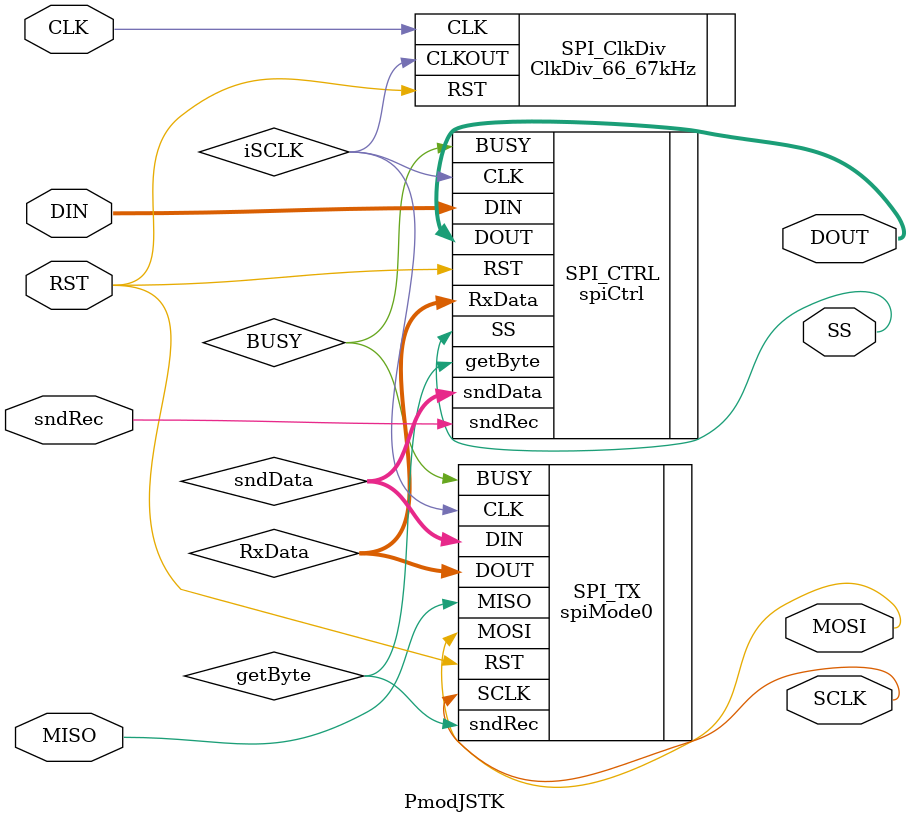
<source format=v>
`timescale 1ns / 1ps

// ==============================================================================
// 										  Define Module
// ==============================================================================
module PmodJSTK(
			CLK,
			RST,
			sndRec,
			DIN,
			MISO,
			SS,
			SCLK,
			MOSI,
			DOUT
    );

// ===========================================================================
// 										Port Declarations
// ===========================================================================
			input CLK;						// 100MHz onboard clock
			input RST;						// Reset
			input sndRec;					// Send receive, initializes data read/write
			input [7:0] DIN;				// Data that is to be sent to the slave
			input MISO;						// Master in slave out
			
			output SS;						// Slave select, active low
			output SCLK;					// Serial clock
			output MOSI;					// Master out slave in
			output [39:0] DOUT;			    // All data read from the slave

// ===========================================================================
// 							  Parameters, Regsiters, and Wires
// ===========================================================================

			// Output wires and registers
			wire SS;
			wire SCLK;
			wire MOSI;
			wire [39:0] DOUT;

			wire getByte;									// Initiates a data byte transfer in SPI_Int
			wire [7:0] sndData;							// Data to be sent to Slave
			wire [7:0] RxData;							// Output data from SPI_Int
			wire BUSY;										// Handshake from SPI_Int to SPI_Ctrl
			

			// 66.67kHz Clock Divider, period 15us
			wire iSCLK;										// Internal serial clock,
																// not directly output to slave,
																// controls state machine, etc.

// ===========================================================================
// 										Implementation
// ===========================================================================

			//-----------------------------------------------
			//  	  				SPI Controller
			//-----------------------------------------------
			spiCtrl SPI_CTRL(
					.CLK(iSCLK),
					.RST(RST),
					.sndRec(sndRec),
					.BUSY(BUSY),
					.DIN(DIN),
					.RxData(RxData),
					.SS(SS),
					.getByte(getByte),
					.sndData(sndData),
					.DOUT(DOUT)
			);

			//-----------------------------------------------
			//  	  				  SPI Mode 0
			//-----------------------------------------------
			spiMode0 SPI_TX(
					.CLK(iSCLK),
					.RST(RST),
					.sndRec(getByte),
					.DIN(sndData),
					.MISO(MISO),
					.MOSI(MOSI),
					.SCLK(SCLK),
					.BUSY(BUSY),
					.DOUT(RxData)
			);

			//-----------------------------------------------
			//  	  				SPI Controller
			//-----------------------------------------------
			ClkDiv_66_67kHz SPI_ClkDiv(
					.CLK(CLK),
					.RST(RST),
					.CLKOUT(iSCLK)
			);

endmodule

</source>
